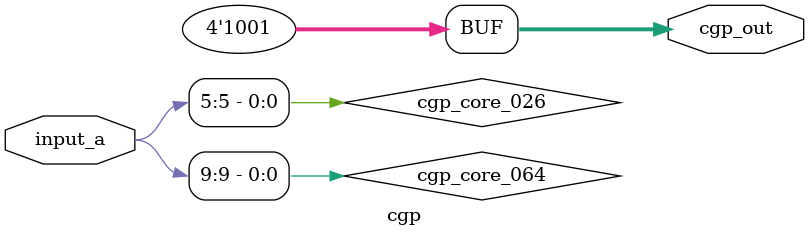
<source format=v>
module cgp(input [13:0] input_a, output [3:0] cgp_out);
  wire cgp_core_018;
  wire cgp_core_020;
  wire cgp_core_021;
  wire cgp_core_022;
  wire cgp_core_023;
  wire cgp_core_026;
  wire cgp_core_027;
  wire cgp_core_032;
  wire cgp_core_034;
  wire cgp_core_035;
  wire cgp_core_036;
  wire cgp_core_038;
  wire cgp_core_039;
  wire cgp_core_042;
  wire cgp_core_044;
  wire cgp_core_045;
  wire cgp_core_046;
  wire cgp_core_047;
  wire cgp_core_048;
  wire cgp_core_054;
  wire cgp_core_055;
  wire cgp_core_056;
  wire cgp_core_059;
  wire cgp_core_060;
  wire cgp_core_063;
  wire cgp_core_064;
  wire cgp_core_066;
  wire cgp_core_067;
  wire cgp_core_069;
  wire cgp_core_070;
  wire cgp_core_071;
  wire cgp_core_074;
  wire cgp_core_075;
  wire cgp_core_076;
  wire cgp_core_077;
  wire cgp_core_078;
  wire cgp_core_079;
  wire cgp_core_080;
  wire cgp_core_084;
  wire cgp_core_085_not;
  wire cgp_core_086;
  wire cgp_core_087;
  wire cgp_core_090;

  assign cgp_core_018 = ~(input_a[1] ^ input_a[3]);
  assign cgp_core_020 = input_a[10] ^ input_a[6];
  assign cgp_core_021 = input_a[4] & input_a[2];
  assign cgp_core_022 = ~(input_a[12] & input_a[2]);
  assign cgp_core_023 = ~(input_a[9] & input_a[0]);
  assign cgp_core_026 = input_a[5] & input_a[5];
  assign cgp_core_027 = ~(input_a[4] ^ input_a[0]);
  assign cgp_core_032 = ~(input_a[6] ^ input_a[5]);
  assign cgp_core_034 = ~(input_a[11] | input_a[6]);
  assign cgp_core_035 = ~(input_a[13] ^ input_a[6]);
  assign cgp_core_036 = ~input_a[12];
  assign cgp_core_038 = ~(input_a[1] ^ input_a[6]);
  assign cgp_core_039 = input_a[11] | input_a[3];
  assign cgp_core_042 = input_a[7] ^ input_a[9];
  assign cgp_core_044 = ~(input_a[11] ^ input_a[3]);
  assign cgp_core_045 = ~(input_a[8] & input_a[1]);
  assign cgp_core_046 = input_a[5] ^ input_a[2];
  assign cgp_core_047 = ~input_a[0];
  assign cgp_core_048 = input_a[7] ^ input_a[5];
  assign cgp_core_054 = input_a[12] ^ input_a[12];
  assign cgp_core_055 = input_a[8] ^ input_a[2];
  assign cgp_core_056 = ~input_a[10];
  assign cgp_core_059 = input_a[3] | input_a[1];
  assign cgp_core_060 = input_a[12] ^ input_a[13];
  assign cgp_core_063 = input_a[0] | input_a[13];
  assign cgp_core_064 = input_a[9] & input_a[9];
  assign cgp_core_066 = input_a[2] | input_a[9];
  assign cgp_core_067 = ~(input_a[1] ^ input_a[8]);
  assign cgp_core_069 = ~(input_a[7] | input_a[6]);
  assign cgp_core_070 = input_a[5] | input_a[3];
  assign cgp_core_071 = ~(input_a[8] & input_a[11]);
  assign cgp_core_074 = ~(input_a[13] & input_a[5]);
  assign cgp_core_075 = input_a[9] ^ input_a[9];
  assign cgp_core_076 = ~input_a[10];
  assign cgp_core_077 = input_a[4] ^ input_a[8];
  assign cgp_core_078 = input_a[5] ^ input_a[8];
  assign cgp_core_079 = input_a[2] | input_a[8];
  assign cgp_core_080 = input_a[3] ^ input_a[4];
  assign cgp_core_084 = input_a[7] & input_a[11];
  assign cgp_core_085_not = ~input_a[0];
  assign cgp_core_086 = input_a[7] ^ input_a[1];
  assign cgp_core_087 = input_a[3] & input_a[5];
  assign cgp_core_090 = ~(input_a[9] | input_a[10]);

  assign cgp_out[0] = 1'b1;
  assign cgp_out[1] = 1'b0;
  assign cgp_out[2] = 1'b0;
  assign cgp_out[3] = 1'b1;
endmodule
</source>
